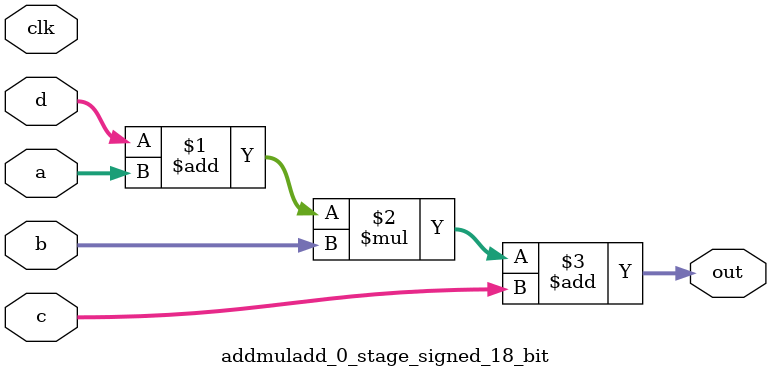
<source format=sv>
(* use_dsp = "yes" *) module addmuladd_0_stage_signed_18_bit(
	input signed [17:0] a,
	input signed [17:0] b,
	input signed [17:0] c,
	input signed [17:0] d,
	output [17:0] out,
	input clk);

	assign out = ((d + a) * b) + c;
endmodule

</source>
